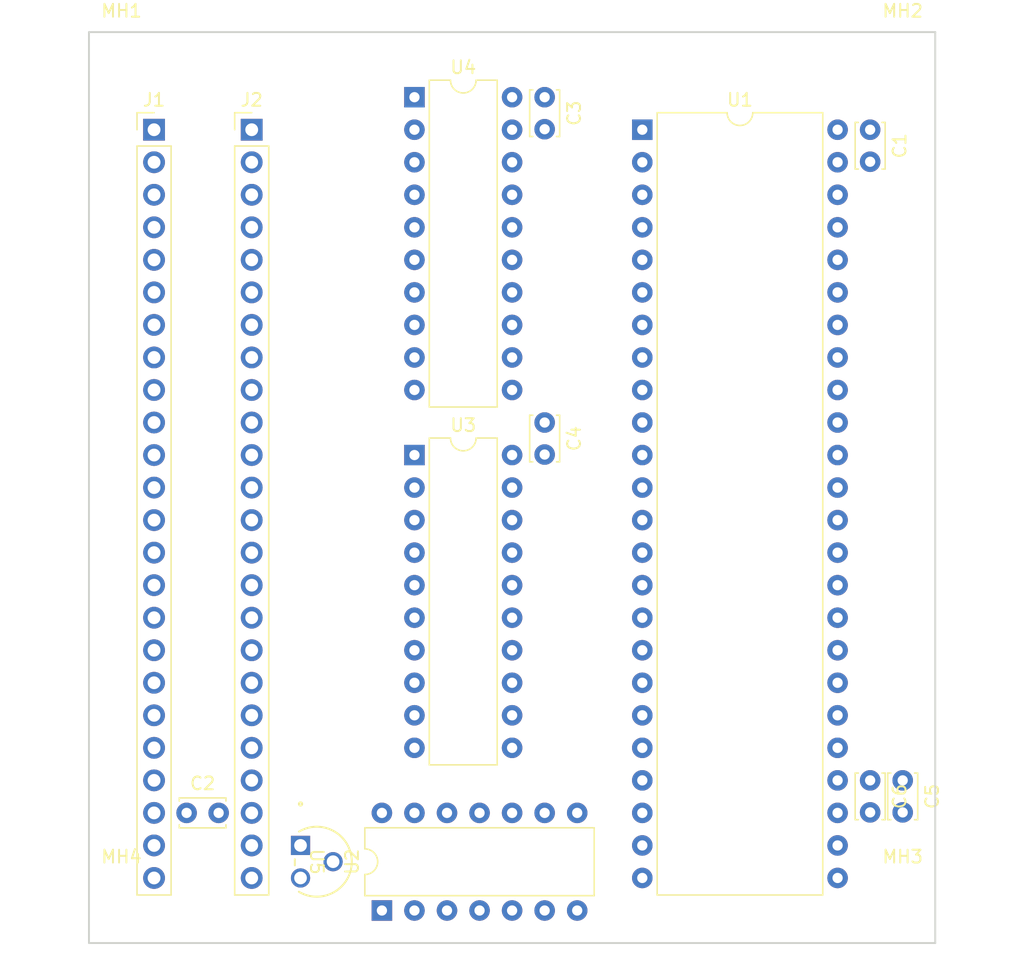
<source format=kicad_pcb>
(kicad_pcb (version 20221018) (generator pcbnew)
  (title_block (title "BionicNS32016") (company "Tadashi G. Takaoka"))
  (layers (0 "F.Cu" signal) (31 "B.Cu" signal) (34 "B.Paste" user) (35 "F.Paste" user) (36 "B.SilkS" user "B.Silkscreen") (37 "F.SilkS" user "F.Silkscreen") (38 "B.Mask" user) (39 "F.Mask" user) (44 "Edge.Cuts" user))
  (net 0 "")
  (net 1 "VCC")
  (net 2 "GND")
  (net 3 "/P46")
  (net 4 "/P34")
  (net 5 "/P35")
  (net 6 "/P36")
  (net 7 "Net-(U1-BBG)")
  (net 8 "/P33")
  (net 9 "/P32")
  (net 10 "/P31")
  (net 11 "/P30")
  (net 12 "/P55")
  (net 13 "/P37")
  (net 14 "/P54")
  (net 15 "/P50")
  (net 16 "/P53")
  (net 17 "/P51")
  (net 18 "/P52")
  (net 19 "/P47")
  (net 20 "/P20")
  (net 21 "/P21")
  (net 22 "/P22")
  (net 23 "/P23")
  (net 24 "/P24")
  (net 25 "/P25")
  (net 26 "/P26")
  (net 27 "/P17")
  (net 28 "/P27")
  (net 29 "/P16")
  (net 30 "/P15")
  (net 31 "/P40")
  (net 32 "/P14")
  (net 33 "/P41")
  (net 34 "/P13")
  (net 35 "/P42")
  (net 36 "/P12")
  (net 37 "/P43")
  (net 38 "/P11")
  (net 39 "/P44")
  (net 40 "/P10")
  (net 41 "/P45")
  (net 44 "Net-(J2-P57)")
  (net 48 "Net-(U1-A22)")
  (net 49 "Net-(U1-A21)")
  (net 50 "Net-(U1-A20)")
  (net 51 "Net-(U1-A19)")
  (net 52 "Net-(U1-A18)")
  (net 53 "Net-(U1-A17)")
  (net 54 "Net-(U1-A16)")
  (net 55 "Net-(U1-PHI1)")
  (net 56 "Net-(U1-PHI2)")
  (net 57 "Net-(U1-~{HBE})")
  (net 58 "Net-(U1-U{slash}~{S})")
  (net 59 "Net-(U1-~{DDIN})")
  (net 60 "Net-(U1-ST3)")
  (net 61 "Net-(U1-ST2)")
  (net 62 "Net-(U1-ST1)")
  (net 63 "Net-(U1-ST0)")
  (net 64 "Net-(U1-~{ILO})")
  (net 65 "Net-(U1-A23)")
  (footprint "MountingHole:MountingHole_3.2mm_M3" (layer "F.Cu") (at 101 70)
    (fp_text reference "MH1" (at 0 -4.2) (layer "F.SilkS"))
    (fp_text value "MountingHole_3.2mm_M3")
    (pad "" np_thru_hole circle (at 0 0) (size 3.2 3.2) (drill 3.2) (layers "*.Cu" "*.Mask"))
  )
  (footprint "MountingHole:MountingHole_3.2mm_M3" (layer "F.Cu") (at 161.96 70)
    (fp_text reference "MH2" (at 0 -4.2) (layer "F.SilkS"))
    (fp_text value "MountingHole_3.2mm_M3")
    (pad "" np_thru_hole circle (at 0 0) (size 3.2 3.2) (drill 3.2) (layers "*.Cu" "*.Mask"))
  )
  (footprint "MountingHole:MountingHole_3.2mm_M3" (layer "F.Cu") (at 161.96 136.04)
    (fp_text reference "MH3" (at 0 -4.2) (layer "F.SilkS"))
    (fp_text value "MountingHole_3.2mm_M3")
    (pad "" np_thru_hole circle (at 0 0) (size 3.2 3.2) (drill 3.2) (layers "*.Cu" "*.Mask"))
  )
  (footprint "MountingHole:MountingHole_3.2mm_M3" (layer "F.Cu") (at 101 136.04)
    (fp_text reference "MH4" (at 0 -4.2) (layer "F.SilkS"))
    (fp_text value "MountingHole_3.2mm_M3")
    (pad "" np_thru_hole circle (at 0 0) (size 3.2 3.2) (drill 3.2) (layers "*.Cu" "*.Mask"))
  )
  (footprint "Capacitor_THT:C_Disc_D3.4mm_W2.1mm_P2.50mm" (layer "F.Cu") (at 159.42 75.08 -90)
    (fp_text reference "C1" (at 1.25 -2.3 90) (layer "F.SilkS"))
    (fp_text value "0.1u")
    (fp_line (start -0.57 -1.17) (end -0.57 -0.925) (stroke (width 0.12)) (layer "F.SilkS"))
    (fp_line (start -0.57 -1.17) (end 3.07 -1.17) (stroke (width 0.12)) (layer "F.SilkS"))
    (fp_line (start -0.57 0.925) (end -0.57 1.17) (stroke (width 0.12)) (layer "F.SilkS"))
    (fp_line (start -0.57 1.17) (end 3.07 1.17) (stroke (width 0.12)) (layer "F.SilkS"))
    (fp_line (start 3.07 -1.17) (end 3.07 -0.925) (stroke (width 0.12)) (layer "F.SilkS"))
    (fp_line (start 3.07 0.925) (end 3.07 1.17) (stroke (width 0.12)) (layer "F.SilkS"))
    (pad "1" thru_hole circle (at 0 0 270) (size 1.6 1.6) (drill 0.8) (layers "*.Cu" "*.Mask") (net 1 "VCC"))
    (pad "2" thru_hole circle (at 2.5 0 270) (size 1.6 1.6) (drill 0.8) (layers "*.Cu" "*.Mask") (net 2 "GND"))
  )
  (footprint "Capacitor_THT:C_Disc_D3.4mm_W2.1mm_P2.50mm" (layer "F.Cu") (at 134.02 72.54 -90)
    (fp_text reference "C3" (at 1.25 -2.3 90) (layer "F.SilkS"))
    (fp_text value "0.1u")
    (fp_line (start -0.57 -1.17) (end -0.57 -0.925) (stroke (width 0.12)) (layer "F.SilkS"))
    (fp_line (start -0.57 -1.17) (end 3.07 -1.17) (stroke (width 0.12)) (layer "F.SilkS"))
    (fp_line (start -0.57 0.925) (end -0.57 1.17) (stroke (width 0.12)) (layer "F.SilkS"))
    (fp_line (start -0.57 1.17) (end 3.07 1.17) (stroke (width 0.12)) (layer "F.SilkS"))
    (fp_line (start 3.07 -1.17) (end 3.07 -0.925) (stroke (width 0.12)) (layer "F.SilkS"))
    (fp_line (start 3.07 0.925) (end 3.07 1.17) (stroke (width 0.12)) (layer "F.SilkS"))
    (pad "1" thru_hole circle (at 0 0 270) (size 1.6 1.6) (drill 0.8) (layers "*.Cu" "*.Mask") (net 1 "VCC"))
    (pad "2" thru_hole circle (at 2.5 0 270) (size 1.6 1.6) (drill 0.8) (layers "*.Cu" "*.Mask") (net 2 "GND"))
  )
  (footprint "Package_DIP:DIP-14_W7.62mm" (layer "F.Cu") (at 121.32 136.04 90)
    (fp_text reference "U2" (at 3.81 -2.33 90) (layer "F.SilkS"))
    (fp_text value "74HCT126")
    (fp_line (start 1.16 -1.33) (end 1.16 16.57) (stroke (width 0.12)) (layer "F.SilkS"))
    (fp_line (start 1.16 16.57) (end 6.46 16.57) (stroke (width 0.12)) (layer "F.SilkS"))
    (fp_line (start 2.81 -1.33) (end 1.16 -1.33) (stroke (width 0.12)) (layer "F.SilkS"))
    (fp_line (start 6.46 -1.33) (end 4.81 -1.33) (stroke (width 0.12)) (layer "F.SilkS"))
    (fp_line (start 6.46 16.57) (end 6.46 -1.33) (stroke (width 0.12)) (layer "F.SilkS"))
    (fp_arc (start 4.81 -1.33) (mid 3.81 -0.33) (end 2.81 -1.33) (stroke (width 0.12)) (layer "F.SilkS"))
    (pad "1" thru_hole rect (at 0 0 90) (size 1.6 1.6) (drill 0.8) (layers "*.Cu" "*.Mask") (net 1 "VCC"))
    (pad "2" thru_hole oval (at 0 2.54 90) (size 1.6 1.6) (drill 0.8) (layers "*.Cu" "*.Mask") (net 19 "/P47"))
    (pad "3" thru_hole oval (at 0 5.08 90) (size 1.6 1.6) (drill 0.8) (layers "*.Cu" "*.Mask") (net 56 "Net-(U1-PHI2)"))
    (pad "4" thru_hole oval (at 0 7.62 90) (size 1.6 1.6) (drill 0.8) (layers "*.Cu" "*.Mask") (net 1 "VCC"))
    (pad "5" thru_hole oval (at 0 10.16 90) (size 1.6 1.6) (drill 0.8) (layers "*.Cu" "*.Mask") (net 3 "/P46"))
    (pad "6" thru_hole oval (at 0 12.7 90) (size 1.6 1.6) (drill 0.8) (layers "*.Cu" "*.Mask") (net 55 "Net-(U1-PHI1)"))
    (pad "7" thru_hole oval (at 0 15.24 90) (size 1.6 1.6) (drill 0.8) (layers "*.Cu" "*.Mask") (net 2 "GND"))
    (pad "8" thru_hole oval (at 7.62 15.24 90) (size 1.6 1.6) (drill 0.8) (layers "*.Cu" "*.Mask"))
    (pad "9" thru_hole oval (at 7.62 12.7 90) (size 1.6 1.6) (drill 0.8) (layers "*.Cu" "*.Mask") (net 2 "GND"))
    (pad "10" thru_hole oval (at 7.62 10.16 90) (size 1.6 1.6) (drill 0.8) (layers "*.Cu" "*.Mask") (net 2 "GND"))
    (pad "11" thru_hole oval (at 7.62 7.62 90) (size 1.6 1.6) (drill 0.8) (layers "*.Cu" "*.Mask"))
    (pad "12" thru_hole oval (at 7.62 5.08 90) (size 1.6 1.6) (drill 0.8) (layers "*.Cu" "*.Mask") (net 2 "GND"))
    (pad "13" thru_hole oval (at 7.62 2.54 90) (size 1.6 1.6) (drill 0.8) (layers "*.Cu" "*.Mask") (net 2 "GND"))
    (pad "14" thru_hole oval (at 7.62 0 90) (size 1.6 1.6) (drill 0.8) (layers "*.Cu" "*.Mask") (net 1 "VCC"))
  )
  (footprint "Package_DIP:DIP-20_W7.62mm" (layer "F.Cu") (at 123.86 72.54)
    (fp_text reference "U4" (at 3.81 -2.33) (layer "F.SilkS"))
    (fp_text value "74HCT541")
    (fp_line (start 1.16 -1.33) (end 1.16 24.19) (stroke (width 0.12)) (layer "F.SilkS"))
    (fp_line (start 1.16 24.19) (end 6.46 24.19) (stroke (width 0.12)) (layer "F.SilkS"))
    (fp_line (start 2.81 -1.33) (end 1.16 -1.33) (stroke (width 0.12)) (layer "F.SilkS"))
    (fp_line (start 6.46 -1.33) (end 4.81 -1.33) (stroke (width 0.12)) (layer "F.SilkS"))
    (fp_line (start 6.46 24.19) (end 6.46 -1.33) (stroke (width 0.12)) (layer "F.SilkS"))
    (fp_arc (start 4.81 -1.33) (mid 3.81 -0.33) (end 2.81 -1.33) (stroke (width 0.12)) (layer "F.SilkS"))
    (pad "1" thru_hole rect (at 0 0) (size 1.6 1.6) (drill 0.8) (layers "*.Cu" "*.Mask") (net 14 "/P54"))
    (pad "2" thru_hole oval (at 0 2.54) (size 1.6 1.6) (drill 0.8) (layers "*.Cu" "*.Mask") (net 63 "Net-(U1-ST0)"))
    (pad "3" thru_hole oval (at 0 5.08) (size 1.6 1.6) (drill 0.8) (layers "*.Cu" "*.Mask") (net 62 "Net-(U1-ST1)"))
    (pad "4" thru_hole oval (at 0 7.62) (size 1.6 1.6) (drill 0.8) (layers "*.Cu" "*.Mask") (net 61 "Net-(U1-ST2)"))
    (pad "5" thru_hole oval (at 0 10.16) (size 1.6 1.6) (drill 0.8) (layers "*.Cu" "*.Mask") (net 60 "Net-(U1-ST3)"))
    (pad "6" thru_hole oval (at 0 12.7) (size 1.6 1.6) (drill 0.8) (layers "*.Cu" "*.Mask") (net 58 "Net-(U1-U{slash}~{S})"))
    (pad "7" thru_hole oval (at 0 15.24) (size 1.6 1.6) (drill 0.8) (layers "*.Cu" "*.Mask") (net 64 "Net-(U1-~{ILO})"))
    (pad "8" thru_hole oval (at 0 17.78) (size 1.6 1.6) (drill 0.8) (layers "*.Cu" "*.Mask") (net 59 "Net-(U1-~{DDIN})"))
    (pad "9" thru_hole oval (at 0 20.32) (size 1.6 1.6) (drill 0.8) (layers "*.Cu" "*.Mask") (net 57 "Net-(U1-~{HBE})"))
    (pad "10" thru_hole oval (at 0 22.86) (size 1.6 1.6) (drill 0.8) (layers "*.Cu" "*.Mask") (net 2 "GND"))
    (pad "11" thru_hole oval (at 7.62 22.86) (size 1.6 1.6) (drill 0.8) (layers "*.Cu" "*.Mask") (net 13 "/P37"))
    (pad "12" thru_hole oval (at 7.62 20.32) (size 1.6 1.6) (drill 0.8) (layers "*.Cu" "*.Mask") (net 6 "/P36"))
    (pad "13" thru_hole oval (at 7.62 17.78) (size 1.6 1.6) (drill 0.8) (layers "*.Cu" "*.Mask") (net 5 "/P35"))
    (pad "14" thru_hole oval (at 7.62 15.24) (size 1.6 1.6) (drill 0.8) (layers "*.Cu" "*.Mask") (net 4 "/P34"))
    (pad "15" thru_hole oval (at 7.62 12.7) (size 1.6 1.6) (drill 0.8) (layers "*.Cu" "*.Mask") (net 8 "/P33"))
    (pad "16" thru_hole oval (at 7.62 10.16) (size 1.6 1.6) (drill 0.8) (layers "*.Cu" "*.Mask") (net 9 "/P32"))
    (pad "17" thru_hole oval (at 7.62 7.62) (size 1.6 1.6) (drill 0.8) (layers "*.Cu" "*.Mask") (net 10 "/P31"))
    (pad "18" thru_hole oval (at 7.62 5.08) (size 1.6 1.6) (drill 0.8) (layers "*.Cu" "*.Mask") (net 11 "/P30"))
    (pad "19" thru_hole oval (at 7.62 2.54) (size 1.6 1.6) (drill 0.8) (layers "*.Cu" "*.Mask") (net 14 "/P54"))
    (pad "20" thru_hole oval (at 7.62 0) (size 1.6 1.6) (drill 0.8) (layers "*.Cu" "*.Mask") (net 1 "VCC"))
  )
  (footprint "Package_DIP:DIP-20_W7.62mm" (layer "F.Cu") (at 123.86 100.48)
    (fp_text reference "U3" (at 3.81 -2.33) (layer "F.SilkS"))
    (fp_text value "74HCT541")
    (fp_line (start 1.16 -1.33) (end 1.16 24.19) (stroke (width 0.12)) (layer "F.SilkS"))
    (fp_line (start 1.16 24.19) (end 6.46 24.19) (stroke (width 0.12)) (layer "F.SilkS"))
    (fp_line (start 2.81 -1.33) (end 1.16 -1.33) (stroke (width 0.12)) (layer "F.SilkS"))
    (fp_line (start 6.46 -1.33) (end 4.81 -1.33) (stroke (width 0.12)) (layer "F.SilkS"))
    (fp_line (start 6.46 24.19) (end 6.46 -1.33) (stroke (width 0.12)) (layer "F.SilkS"))
    (fp_arc (start 4.81 -1.33) (mid 3.81 -0.33) (end 2.81 -1.33) (stroke (width 0.12)) (layer "F.SilkS"))
    (pad "1" thru_hole rect (at 0 0) (size 1.6 1.6) (drill 0.8) (layers "*.Cu" "*.Mask") (net 12 "/P55"))
    (pad "2" thru_hole oval (at 0 2.54) (size 1.6 1.6) (drill 0.8) (layers "*.Cu" "*.Mask") (net 65 "Net-(U1-A23)"))
    (pad "3" thru_hole oval (at 0 5.08) (size 1.6 1.6) (drill 0.8) (layers "*.Cu" "*.Mask") (net 48 "Net-(U1-A22)"))
    (pad "4" thru_hole oval (at 0 7.62) (size 1.6 1.6) (drill 0.8) (layers "*.Cu" "*.Mask") (net 49 "Net-(U1-A21)"))
    (pad "5" thru_hole oval (at 0 10.16) (size 1.6 1.6) (drill 0.8) (layers "*.Cu" "*.Mask") (net 50 "Net-(U1-A20)"))
    (pad "6" thru_hole oval (at 0 12.7) (size 1.6 1.6) (drill 0.8) (layers "*.Cu" "*.Mask") (net 51 "Net-(U1-A19)"))
    (pad "7" thru_hole oval (at 0 15.24) (size 1.6 1.6) (drill 0.8) (layers "*.Cu" "*.Mask") (net 52 "Net-(U1-A18)"))
    (pad "8" thru_hole oval (at 0 17.78) (size 1.6 1.6) (drill 0.8) (layers "*.Cu" "*.Mask") (net 53 "Net-(U1-A17)"))
    (pad "9" thru_hole oval (at 0 20.32) (size 1.6 1.6) (drill 0.8) (layers "*.Cu" "*.Mask") (net 54 "Net-(U1-A16)"))
    (pad "10" thru_hole oval (at 0 22.86) (size 1.6 1.6) (drill 0.8) (layers "*.Cu" "*.Mask") (net 1 "VCC"))
    (pad "11" thru_hole oval (at 7.62 22.86) (size 1.6 1.6) (drill 0.8) (layers "*.Cu" "*.Mask") (net 11 "/P30"))
    (pad "12" thru_hole oval (at 7.62 20.32) (size 1.6 1.6) (drill 0.8) (layers "*.Cu" "*.Mask") (net 10 "/P31"))
    (pad "13" thru_hole oval (at 7.62 17.78) (size 1.6 1.6) (drill 0.8) (layers "*.Cu" "*.Mask") (net 9 "/P32"))
    (pad "14" thru_hole oval (at 7.62 15.24) (size 1.6 1.6) (drill 0.8) (layers "*.Cu" "*.Mask") (net 8 "/P33"))
    (pad "15" thru_hole oval (at 7.62 12.7) (size 1.6 1.6) (drill 0.8) (layers "*.Cu" "*.Mask") (net 4 "/P34"))
    (pad "16" thru_hole oval (at 7.62 10.16) (size 1.6 1.6) (drill 0.8) (layers "*.Cu" "*.Mask") (net 5 "/P35"))
    (pad "17" thru_hole oval (at 7.62 7.62) (size 1.6 1.6) (drill 0.8) (layers "*.Cu" "*.Mask") (net 6 "/P36"))
    (pad "18" thru_hole oval (at 7.62 5.08) (size 1.6 1.6) (drill 0.8) (layers "*.Cu" "*.Mask") (net 13 "/P37"))
    (pad "19" thru_hole oval (at 7.62 2.54) (size 1.6 1.6) (drill 0.8) (layers "*.Cu" "*.Mask") (net 12 "/P55"))
    (pad "20" thru_hole oval (at 7.62 0) (size 1.6 1.6) (drill 0.8) (layers "*.Cu" "*.Mask") (net 2 "GND"))
  )
  (footprint "Capacitor_THT:C_Disc_D3.4mm_W2.1mm_P2.50mm" (layer "F.Cu") (at 134.02 97.94 -90)
    (fp_text reference "C4" (at 1.25 -2.3 90) (layer "F.SilkS"))
    (fp_text value "0.1u")
    (fp_line (start -0.57 -1.17) (end -0.57 -0.925) (stroke (width 0.12)) (layer "F.SilkS"))
    (fp_line (start -0.57 -1.17) (end 3.07 -1.17) (stroke (width 0.12)) (layer "F.SilkS"))
    (fp_line (start -0.57 0.925) (end -0.57 1.17) (stroke (width 0.12)) (layer "F.SilkS"))
    (fp_line (start -0.57 1.17) (end 3.07 1.17) (stroke (width 0.12)) (layer "F.SilkS"))
    (fp_line (start 3.07 -1.17) (end 3.07 -0.925) (stroke (width 0.12)) (layer "F.SilkS"))
    (fp_line (start 3.07 0.925) (end 3.07 1.17) (stroke (width 0.12)) (layer "F.SilkS"))
    (pad "1" thru_hole circle (at 0 0 270) (size 1.6 1.6) (drill 0.8) (layers "*.Cu" "*.Mask") (net 1 "VCC"))
    (pad "2" thru_hole circle (at 2.5 0 270) (size 1.6 1.6) (drill 0.8) (layers "*.Cu" "*.Mask") (net 2 "GND"))
  )
  (footprint "Capacitor_THT:C_Disc_D3.4mm_W2.1mm_P2.50mm" (layer "F.Cu") (at 106.08 128.42)
    (fp_text reference "C2" (at 1.25 -2.3) (layer "F.SilkS"))
    (fp_text value "0.1u")
    (fp_line (start -0.57 -1.17) (end -0.57 -0.925) (stroke (width 0.12)) (layer "F.SilkS"))
    (fp_line (start -0.57 -1.17) (end 3.07 -1.17) (stroke (width 0.12)) (layer "F.SilkS"))
    (fp_line (start -0.57 0.925) (end -0.57 1.17) (stroke (width 0.12)) (layer "F.SilkS"))
    (fp_line (start -0.57 1.17) (end 3.07 1.17) (stroke (width 0.12)) (layer "F.SilkS"))
    (fp_line (start 3.07 -1.17) (end 3.07 -0.925) (stroke (width 0.12)) (layer "F.SilkS"))
    (fp_line (start 3.07 0.925) (end 3.07 1.17) (stroke (width 0.12)) (layer "F.SilkS"))
    (pad "1" thru_hole circle (at 0 0) (size 1.6 1.6) (drill 0.8) (layers "*.Cu" "*.Mask") (net 1 "VCC"))
    (pad "2" thru_hole circle (at 2.5 0) (size 1.6 1.6) (drill 0.8) (layers "*.Cu" "*.Mask") (net 2 "GND"))
  )
  (footprint "Capacitor_THT:C_Disc_D3.4mm_W2.1mm_P2.50mm" (layer "F.Cu") (at 161.96 125.88 -90)
    (fp_text reference "C5" (at 1.25 -2.3 90) (layer "F.SilkS"))
    (fp_text value "1000p")
    (fp_line (start -0.57 -1.17) (end -0.57 -0.925) (stroke (width 0.12)) (layer "F.SilkS"))
    (fp_line (start -0.57 -1.17) (end 3.07 -1.17) (stroke (width 0.12)) (layer "F.SilkS"))
    (fp_line (start -0.57 0.925) (end -0.57 1.17) (stroke (width 0.12)) (layer "F.SilkS"))
    (fp_line (start -0.57 1.17) (end 3.07 1.17) (stroke (width 0.12)) (layer "F.SilkS"))
    (fp_line (start 3.07 -1.17) (end 3.07 -0.925) (stroke (width 0.12)) (layer "F.SilkS"))
    (fp_line (start 3.07 0.925) (end 3.07 1.17) (stroke (width 0.12)) (layer "F.SilkS"))
    (pad "1" thru_hole circle (at 0 0 270) (size 1.6 1.6) (drill 0.8) (layers "*.Cu" "*.Mask") (net 7 "Net-(U1-BBG)"))
    (pad "2" thru_hole circle (at 2.5 0 270) (size 1.6 1.6) (drill 0.8) (layers "*.Cu" "*.Mask") (net 2 "GND"))
  )
  (footprint "Capacitor_THT:C_Disc_D3.4mm_W2.1mm_P2.50mm" (layer "F.Cu") (at 159.42 125.88 -90)
    (fp_text reference "C6" (at 1.25 -2.3 90) (layer "F.SilkS"))
    (fp_text value "1u")
    (fp_line (start -0.57 -1.17) (end -0.57 -0.925) (stroke (width 0.12)) (layer "F.SilkS"))
    (fp_line (start -0.57 -1.17) (end 3.07 -1.17) (stroke (width 0.12)) (layer "F.SilkS"))
    (fp_line (start -0.57 0.925) (end -0.57 1.17) (stroke (width 0.12)) (layer "F.SilkS"))
    (fp_line (start -0.57 1.17) (end 3.07 1.17) (stroke (width 0.12)) (layer "F.SilkS"))
    (fp_line (start 3.07 -1.17) (end 3.07 -0.925) (stroke (width 0.12)) (layer "F.SilkS"))
    (fp_line (start 3.07 0.925) (end 3.07 1.17) (stroke (width 0.12)) (layer "F.SilkS"))
    (pad "1" thru_hole circle (at 0 0 270) (size 1.6 1.6) (drill 0.8) (layers "*.Cu" "*.Mask") (net 7 "Net-(U1-BBG)"))
    (pad "2" thru_hole circle (at 2.5 0 270) (size 1.6 1.6) (drill 0.8) (layers "*.Cu" "*.Mask") (net 2 "GND"))
  )
  (footprint "Package_DIP:DIP-48_W15.24mm" (layer "F.Cu") (at 141.64 75.08)
    (fp_text reference "U1" (at 7.62 -2.33) (layer "F.SilkS"))
    (fp_text value "NS32016N")
    (fp_line (start 1.16 -1.33) (end 1.16 59.75) (stroke (width 0.12)) (layer "F.SilkS"))
    (fp_line (start 1.16 59.75) (end 14.08 59.75) (stroke (width 0.12)) (layer "F.SilkS"))
    (fp_line (start 6.62 -1.33) (end 1.16 -1.33) (stroke (width 0.12)) (layer "F.SilkS"))
    (fp_line (start 14.08 -1.33) (end 8.62 -1.33) (stroke (width 0.12)) (layer "F.SilkS"))
    (fp_line (start 14.08 59.75) (end 14.08 -1.33) (stroke (width 0.12)) (layer "F.SilkS"))
    (fp_arc (start 8.62 -1.33) (mid 7.62 -0.33) (end 6.62 -1.33) (stroke (width 0.12)) (layer "F.SilkS"))
    (pad "1" thru_hole rect (at 0 0) (size 1.6 1.6) (drill 0.8) (layers "*.Cu" "*.Mask") (net 48 "Net-(U1-A22)"))
    (pad "2" thru_hole oval (at 0 2.54) (size 1.6 1.6) (drill 0.8) (layers "*.Cu" "*.Mask") (net 49 "Net-(U1-A21)"))
    (pad "3" thru_hole oval (at 0 5.08) (size 1.6 1.6) (drill 0.8) (layers "*.Cu" "*.Mask") (net 50 "Net-(U1-A20)"))
    (pad "4" thru_hole oval (at 0 7.62) (size 1.6 1.6) (drill 0.8) (layers "*.Cu" "*.Mask") (net 51 "Net-(U1-A19)"))
    (pad "5" thru_hole oval (at 0 10.16) (size 1.6 1.6) (drill 0.8) (layers "*.Cu" "*.Mask") (net 52 "Net-(U1-A18)"))
    (pad "6" thru_hole oval (at 0 12.7) (size 1.6 1.6) (drill 0.8) (layers "*.Cu" "*.Mask") (net 53 "Net-(U1-A17)"))
    (pad "7" thru_hole oval (at 0 15.24) (size 1.6 1.6) (drill 0.8) (layers "*.Cu" "*.Mask") (net 54 "Net-(U1-A16)"))
    (pad "8" thru_hole oval (at 0 17.78) (size 1.6 1.6) (drill 0.8) (layers "*.Cu" "*.Mask") (net 28 "/P27"))
    (pad "9" thru_hole oval (at 0 20.32) (size 1.6 1.6) (drill 0.8) (layers "*.Cu" "*.Mask") (net 26 "/P26"))
    (pad "10" thru_hole oval (at 0 22.86) (size 1.6 1.6) (drill 0.8) (layers "*.Cu" "*.Mask") (net 25 "/P25"))
    (pad "11" thru_hole oval (at 0 25.4) (size 1.6 1.6) (drill 0.8) (layers "*.Cu" "*.Mask") (net 24 "/P24"))
    (pad "12" thru_hole oval (at 0 27.94) (size 1.6 1.6) (drill 0.8) (layers "*.Cu" "*.Mask") (net 23 "/P23"))
    (pad "13" thru_hole oval (at 0 30.48) (size 1.6 1.6) (drill 0.8) (layers "*.Cu" "*.Mask") (net 22 "/P22"))
    (pad "14" thru_hole oval (at 0 33.02) (size 1.6 1.6) (drill 0.8) (layers "*.Cu" "*.Mask") (net 21 "/P21"))
    (pad "15" thru_hole oval (at 0 35.56) (size 1.6 1.6) (drill 0.8) (layers "*.Cu" "*.Mask") (net 20 "/P20"))
    (pad "16" thru_hole oval (at 0 38.1) (size 1.6 1.6) (drill 0.8) (layers "*.Cu" "*.Mask") (net 27 "/P17"))
    (pad "17" thru_hole oval (at 0 40.64) (size 1.6 1.6) (drill 0.8) (layers "*.Cu" "*.Mask") (net 29 "/P16"))
    (pad "18" thru_hole oval (at 0 43.18) (size 1.6 1.6) (drill 0.8) (layers "*.Cu" "*.Mask") (net 30 "/P15"))
    (pad "19" thru_hole oval (at 0 45.72) (size 1.6 1.6) (drill 0.8) (layers "*.Cu" "*.Mask") (net 32 "/P14"))
    (pad "20" thru_hole oval (at 0 48.26) (size 1.6 1.6) (drill 0.8) (layers "*.Cu" "*.Mask") (net 34 "/P13"))
    (pad "21" thru_hole oval (at 0 50.8) (size 1.6 1.6) (drill 0.8) (layers "*.Cu" "*.Mask") (net 36 "/P12"))
    (pad "22" thru_hole oval (at 0 53.34) (size 1.6 1.6) (drill 0.8) (layers "*.Cu" "*.Mask") (net 38 "/P11"))
    (pad "23" thru_hole oval (at 0 55.88) (size 1.6 1.6) (drill 0.8) (layers "*.Cu" "*.Mask") (net 40 "/P10"))
    (pad "24" thru_hole oval (at 0 58.42) (size 1.6 1.6) (drill 0.8) (layers "*.Cu" "*.Mask") (net 2 "GND"))
    (pad "25" thru_hole oval (at 15.24 58.42) (size 1.6 1.6) (drill 0.8) (layers "*.Cu" "*.Mask") (net 2 "GND"))
    (pad "26" thru_hole oval (at 15.24 55.88) (size 1.6 1.6) (drill 0.8) (layers "*.Cu" "*.Mask") (net 55 "Net-(U1-PHI1)"))
    (pad "27" thru_hole oval (at 15.24 53.34) (size 1.6 1.6) (drill 0.8) (layers "*.Cu" "*.Mask") (net 56 "Net-(U1-PHI2)"))
    (pad "28" thru_hole oval (at 15.24 50.8) (size 1.6 1.6) (drill 0.8) (layers "*.Cu" "*.Mask") (net 18 "/P52"))
    (pad "29" thru_hole oval (at 15.24 48.26) (size 1.6 1.6) (drill 0.8) (layers "*.Cu" "*.Mask") (net 7 "Net-(U1-BBG)"))
    (pad "30" thru_hole oval (at 15.24 45.72) (size 1.6 1.6) (drill 0.8) (layers "*.Cu" "*.Mask") (net 33 "/P41"))
    (pad "31" thru_hole oval (at 15.24 43.18) (size 1.6 1.6) (drill 0.8) (layers "*.Cu" "*.Mask") (net 41 "/P45"))
    (pad "32" thru_hole oval (at 15.24 40.64) (size 1.6 1.6) (drill 0.8) (layers "*.Cu" "*.Mask") (net 57 "Net-(U1-~{HBE})"))
    (pad "33" thru_hole oval (at 15.24 38.1) (size 1.6 1.6) (drill 0.8) (layers "*.Cu" "*.Mask") (net 15 "/P50"))
    (pad "34" thru_hole oval (at 15.24 35.56) (size 1.6 1.6) (drill 0.8) (layers "*.Cu" "*.Mask") (net 16 "/P53"))
    (pad "35" thru_hole oval (at 15.24 33.02) (size 1.6 1.6) (drill 0.8) (layers "*.Cu" "*.Mask") (net 39 "/P44"))
    (pad "36" thru_hole oval (at 15.24 30.48) (size 1.6 1.6) (drill 0.8) (layers "*.Cu" "*.Mask") (net 58 "Net-(U1-U{slash}~{S})"))
    (pad "37" thru_hole oval (at 15.24 27.94) (size 1.6 1.6) (drill 0.8) (layers "*.Cu" "*.Mask") (net 31 "/P40"))
    (pad "38" thru_hole oval (at 15.24 25.4) (size 1.6 1.6) (drill 0.8) (layers "*.Cu" "*.Mask") (net 59 "Net-(U1-~{DDIN})"))
    (pad "39" thru_hole oval (at 15.24 22.86) (size 1.6 1.6) (drill 0.8) (layers "*.Cu" "*.Mask") (net 17 "/P51"))
    (pad "40" thru_hole oval (at 15.24 20.32) (size 1.6 1.6) (drill 0.8) (layers "*.Cu" "*.Mask") (net 60 "Net-(U1-ST3)"))
    (pad "41" thru_hole oval (at 15.24 17.78) (size 1.6 1.6) (drill 0.8) (layers "*.Cu" "*.Mask") (net 61 "Net-(U1-ST2)"))
    (pad "42" thru_hole oval (at 15.24 15.24) (size 1.6 1.6) (drill 0.8) (layers "*.Cu" "*.Mask") (net 62 "Net-(U1-ST1)"))
    (pad "43" thru_hole oval (at 15.24 12.7) (size 1.6 1.6) (drill 0.8) (layers "*.Cu" "*.Mask") (net 63 "Net-(U1-ST0)"))
    (pad "44" thru_hole oval (at 15.24 10.16) (size 1.6 1.6) (drill 0.8) (layers "*.Cu" "*.Mask") (net 64 "Net-(U1-~{ILO})"))
    (pad "45" thru_hole oval (at 15.24 7.62) (size 1.6 1.6) (drill 0.8) (layers "*.Cu" "*.Mask") (net 37 "/P43"))
    (pad "46" thru_hole oval (at 15.24 5.08) (size 1.6 1.6) (drill 0.8) (layers "*.Cu" "*.Mask") (net 35 "/P42"))
    (pad "47" thru_hole oval (at 15.24 2.54) (size 1.6 1.6) (drill 0.8) (layers "*.Cu" "*.Mask") (net 65 "Net-(U1-A23)"))
    (pad "48" thru_hole oval (at 15.24 0) (size 1.6 1.6) (drill 0.8) (layers "*.Cu" "*.Mask") (net 1 "VCC"))
  )
  (footprint "connector:Bionic-P245_Vertical" (layer "F.Cu") (at 111.16 75.08)
    (fp_text reference "J2" (at 0 -2.33) (layer "F.SilkS"))
    (fp_text value "Bionic-P245")
    (fp_line (start -1.33 -1.33) (end 0 -1.33) (stroke (width 0.12)) (layer "F.SilkS"))
    (fp_line (start -1.33 0) (end -1.33 -1.33) (stroke (width 0.12)) (layer "F.SilkS"))
    (fp_line (start -1.33 1.27) (end -1.33 59.75) (stroke (width 0.12)) (layer "F.SilkS"))
    (fp_line (start -1.33 1.27) (end 1.33 1.27) (stroke (width 0.12)) (layer "F.SilkS"))
    (fp_line (start -1.33 59.75) (end 1.33 59.75) (stroke (width 0.12)) (layer "F.SilkS"))
    (fp_line (start 1.33 1.27) (end 1.33 59.75) (stroke (width 0.12)) (layer "F.SilkS"))
    (pad "25" thru_hole oval (at 0 58.42) (size 1.7 1.7) (drill 1) (layers "*.Cu" "*.Mask") (net 1 "VCC"))
    (pad "26" thru_hole oval (at 0 55.88) (size 1.7 1.7) (drill 1) (layers "*.Cu" "*.Mask") (net 44 "Net-(J2-P57)"))
    (pad "27" thru_hole oval (at 0 53.34) (size 1.7 1.7) (drill 1) (layers "*.Cu" "*.Mask"))
    (pad "28" thru_hole oval (at 0 50.8) (size 1.7 1.7) (drill 1) (layers "*.Cu" "*.Mask") (net 12 "/P55"))
    (pad "29" thru_hole oval (at 0 48.26) (size 1.7 1.7) (drill 1) (layers "*.Cu" "*.Mask") (net 14 "/P54"))
    (pad "30" thru_hole oval (at 0 45.72) (size 1.7 1.7) (drill 1) (layers "*.Cu" "*.Mask"))
    (pad "31" thru_hole oval (at 0 43.18) (size 1.7 1.7) (drill 1) (layers "*.Cu" "*.Mask") (net 19 "/P47"))
    (pad "32" thru_hole oval (at 0 40.64) (size 1.7 1.7) (drill 1) (layers "*.Cu" "*.Mask") (net 3 "/P46"))
    (pad "33" thru_hole oval (at 0 38.1) (size 1.7 1.7) (drill 1) (layers "*.Cu" "*.Mask") (net 41 "/P45"))
    (pad "34" thru_hole oval (at 0 35.56) (size 1.7 1.7) (drill 1) (layers "*.Cu" "*.Mask") (net 39 "/P44"))
    (pad "35" thru_hole oval (at 0 33.02) (size 1.7 1.7) (drill 1) (layers "*.Cu" "*.Mask") (net 37 "/P43"))
    (pad "36" thru_hole oval (at 0 30.48) (size 1.7 1.7) (drill 1) (layers "*.Cu" "*.Mask") (net 35 "/P42"))
    (pad "37" thru_hole oval (at 0 27.94) (size 1.7 1.7) (drill 1) (layers "*.Cu" "*.Mask") (net 33 "/P41"))
    (pad "38" thru_hole oval (at 0 25.4) (size 1.7 1.7) (drill 1) (layers "*.Cu" "*.Mask") (net 31 "/P40"))
    (pad "39" thru_hole oval (at 0 22.86) (size 1.7 1.7) (drill 1) (layers "*.Cu" "*.Mask"))
    (pad "40" thru_hole oval (at 0 20.32) (size 1.7 1.7) (drill 1) (layers "*.Cu" "*.Mask") (net 28 "/P27"))
    (pad "41" thru_hole oval (at 0 17.78) (size 1.7 1.7) (drill 1) (layers "*.Cu" "*.Mask") (net 26 "/P26"))
    (pad "42" thru_hole oval (at 0 15.24) (size 1.7 1.7) (drill 1) (layers "*.Cu" "*.Mask") (net 25 "/P25"))
    (pad "43" thru_hole oval (at 0 12.7) (size 1.7 1.7) (drill 1) (layers "*.Cu" "*.Mask") (net 24 "/P24"))
    (pad "44" thru_hole oval (at 0 10.16) (size 1.7 1.7) (drill 1) (layers "*.Cu" "*.Mask") (net 23 "/P23"))
    (pad "45" thru_hole oval (at 0 7.62) (size 1.7 1.7) (drill 1) (layers "*.Cu" "*.Mask") (net 22 "/P22"))
    (pad "46" thru_hole oval (at 0 5.08) (size 1.7 1.7) (drill 1) (layers "*.Cu" "*.Mask") (net 21 "/P21"))
    (pad "47" thru_hole oval (at 0 2.54) (size 1.7 1.7) (drill 1) (layers "*.Cu" "*.Mask") (net 20 "/P20"))
    (pad "48" thru_hole rect (at 0 0) (size 1.7 1.7) (drill 1) (layers "*.Cu" "*.Mask") (net 2 "GND"))
  )
  (footprint "connector:Bionic-P135_Vertical" (layer "F.Cu") (at 103.54 75.08)
    (fp_text reference "J1" (at 0 -2.33) (layer "F.SilkS"))
    (fp_text value "Bionic-P135")
    (fp_line (start -1.33 -1.33) (end 0 -1.33) (stroke (width 0.12)) (layer "F.SilkS"))
    (fp_line (start -1.33 0) (end -1.33 -1.33) (stroke (width 0.12)) (layer "F.SilkS"))
    (fp_line (start -1.33 1.27) (end -1.33 59.75) (stroke (width 0.12)) (layer "F.SilkS"))
    (fp_line (start -1.33 1.27) (end 1.33 1.27) (stroke (width 0.12)) (layer "F.SilkS"))
    (fp_line (start -1.33 59.75) (end 1.33 59.75) (stroke (width 0.12)) (layer "F.SilkS"))
    (fp_line (start 1.33 1.27) (end 1.33 59.75) (stroke (width 0.12)) (layer "F.SilkS"))
    (pad "1" thru_hole rect (at 0 0) (size 1.7 1.7) (drill 1) (layers "*.Cu" "*.Mask") (net 2 "GND"))
    (pad "2" thru_hole oval (at 0 2.54) (size 1.7 1.7) (drill 1) (layers "*.Cu" "*.Mask") (net 40 "/P10"))
    (pad "3" thru_hole oval (at 0 5.08) (size 1.7 1.7) (drill 1) (layers "*.Cu" "*.Mask") (net 38 "/P11"))
    (pad "4" thru_hole oval (at 0 7.62) (size 1.7 1.7) (drill 1) (layers "*.Cu" "*.Mask") (net 36 "/P12"))
    (pad "5" thru_hole oval (at 0 10.16) (size 1.7 1.7) (drill 1) (layers "*.Cu" "*.Mask") (net 34 "/P13"))
    (pad "6" thru_hole oval (at 0 12.7) (size 1.7 1.7) (drill 1) (layers "*.Cu" "*.Mask") (net 32 "/P14"))
    (pad "7" thru_hole oval (at 0 15.24) (size 1.7 1.7) (drill 1) (layers "*.Cu" "*.Mask") (net 30 "/P15"))
    (pad "8" thru_hole oval (at 0 17.78) (size 1.7 1.7) (drill 1) (layers "*.Cu" "*.Mask") (net 29 "/P16"))
    (pad "9" thru_hole oval (at 0 20.32) (size 1.7 1.7) (drill 1) (layers "*.Cu" "*.Mask") (net 27 "/P17"))
    (pad "10" thru_hole oval (at 0 22.86) (size 1.7 1.7) (drill 1) (layers "*.Cu" "*.Mask"))
    (pad "11" thru_hole oval (at 0 25.4) (size 1.7 1.7) (drill 1) (layers "*.Cu" "*.Mask") (net 11 "/P30"))
    (pad "12" thru_hole oval (at 0 27.94) (size 1.7 1.7) (drill 1) (layers "*.Cu" "*.Mask") (net 10 "/P31"))
    (pad "13" thru_hole oval (at 0 30.48) (size 1.7 1.7) (drill 1) (layers "*.Cu" "*.Mask") (net 9 "/P32"))
    (pad "14" thru_hole oval (at 0 33.02) (size 1.7 1.7) (drill 1) (layers "*.Cu" "*.Mask") (net 8 "/P33"))
    (pad "15" thru_hole oval (at 0 35.56) (size 1.7 1.7) (drill 1) (layers "*.Cu" "*.Mask") (net 4 "/P34"))
    (pad "16" thru_hole oval (at 0 38.1) (size 1.7 1.7) (drill 1) (layers "*.Cu" "*.Mask") (net 5 "/P35"))
    (pad "17" thru_hole oval (at 0 40.64) (size 1.7 1.7) (drill 1) (layers "*.Cu" "*.Mask") (net 6 "/P36"))
    (pad "18" thru_hole oval (at 0 43.18) (size 1.7 1.7) (drill 1) (layers "*.Cu" "*.Mask") (net 13 "/P37"))
    (pad "19" thru_hole oval (at 0 45.72) (size 1.7 1.7) (drill 1) (layers "*.Cu" "*.Mask"))
    (pad "20" thru_hole oval (at 0 48.26) (size 1.7 1.7) (drill 1) (layers "*.Cu" "*.Mask") (net 15 "/P50"))
    (pad "21" thru_hole oval (at 0 50.8) (size 1.7 1.7) (drill 1) (layers "*.Cu" "*.Mask") (net 17 "/P51"))
    (pad "22" thru_hole oval (at 0 53.34) (size 1.7 1.7) (drill 1) (layers "*.Cu" "*.Mask") (net 18 "/P52"))
    (pad "23" thru_hole oval (at 0 55.88) (size 1.7 1.7) (drill 1) (layers "*.Cu" "*.Mask") (net 16 "/P53"))
    (pad "24" thru_hole oval (at 0 58.42) (size 1.7 1.7) (drill 1) (layers "*.Cu" "*.Mask") (net 1 "VCC"))
  )
  (footprint "microchip:TO-92_MC_MCH" (layer "F.Cu") (at 114.97 130.96 -90)
    (fp_text reference "U5" (at 1.27 -1.27 -90 unlocked) (layer "F.SilkS"))
    (fp_text value "11AA010-I/TO")
    (fp_line (start 1.08204 0.4445) (end 1.553476 0.4445) (stroke (width 0.1524)) (layer "F.SilkS"))
    (fp_arc (start -1.08204 0.116917) (mid 0.551186 -3.904186) (end 4.0005 -1.27) (stroke (width 0.1524)) (layer "F.SilkS"))
    (fp_arc (start 4.0005 -1.269999) (mid 3.90215 -0.543764) (end 3.614184 0.130155) (stroke (width 0.1524)) (layer "F.SilkS"))
    (fp_circle (center -3.2385 0) (end -3.1115 0) (stroke (width 0.1524)) (fill none) (layer "F.SilkS"))
    (pad "1" thru_hole rect (at 0 0 270) (size 1.4986 1.4986) (drill 0.9906) (layers "*.Cu" "*.Mask") (net 2 "GND"))
    (pad "2" thru_hole circle (at 1.27 -2.54 270) (size 1.4986 1.4986) (drill 0.9906) (layers "*.Cu" "*.Mask") (net 44 "Net-(J2-P57)"))
    (pad "3" thru_hole circle (at 2.54 0 270) (size 1.4986 1.4986) (drill 0.9906) (layers "*.Cu" "*.Mask") (net 1 "VCC"))
  )
  (gr_line (start 98.46 138.58) (end 98.46 67.46) (stroke (width 0.15)) (layer "Edge.Cuts"))
  (gr_line (start 164.5 138.58) (end 98.46 138.58) (stroke (width 0.15)) (layer "Edge.Cuts"))
  (gr_line (start 98.46 67.46) (end 164.5 67.46) (stroke (width 0.15)) (layer "Edge.Cuts"))
  (gr_line (start 164.5 67.46) (end 164.5 138.58) (stroke (width 0.15)) (layer "Edge.Cuts"))
)
</source>
